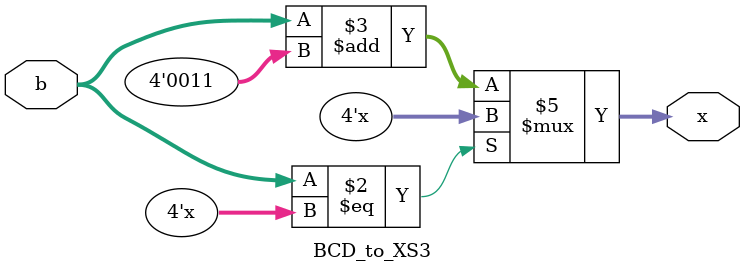
<source format=v>
`timescale 1ns / 1ps


module BCD_to_XS3(x,b);
input [3:0]b;
output reg [3:0]x;
always@(b)
begin
    if(b==4'bxxxx)
        x=4'bxxxx;
    else
        x=b+4'b0011;

end
endmodule

</source>
